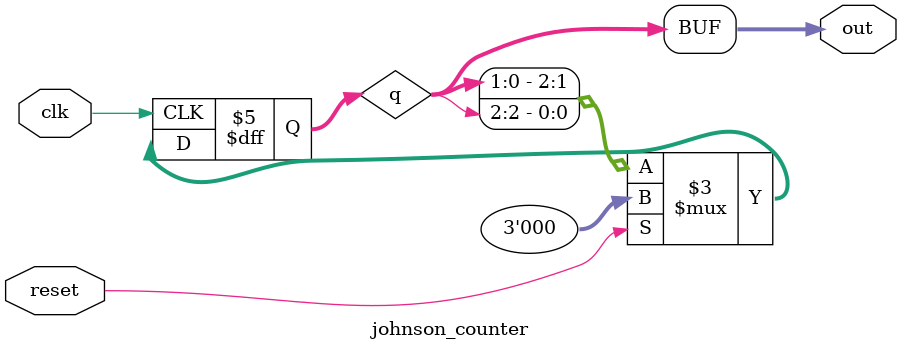
<source format=v>

module johnson_counter(
  input clk,
  input reset,
  output [2:0] out
);

  reg [2:0] q;

  always @(posedge clk) begin
    if (reset) begin
      q <= 3'b000;
    end else begin
      q <= {q[1:0], q[2]};
    end
  end

  assign out = q;

endmodule
</source>
